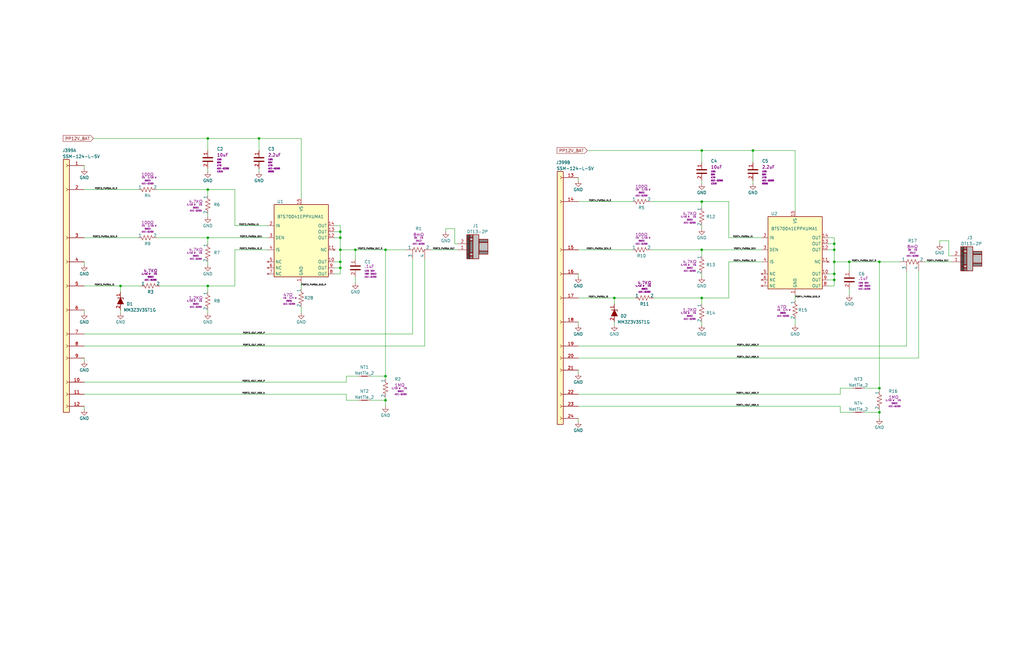
<source format=kicad_sch>
(kicad_sch (version 20231120) (generator "eeschema") (generator_version "8.0")
  (paper "B")
  (lib_symbols
    (symbol "BTS70041EPPXUMA1_1"
      (property "Reference" "U" (at -8.89 20.32 0))
      (property "Value" "BTS70041EPPXUMA1" (at 0 13.97 0))
      (symbol "BTS70041EPPXUMA1_1_1_1"
        (pin power_in line (at 0 -13.97 90) (length 2.54) (name "GND") (number "1"))
        (pin power_out line (at 13.97 -5.08 180) (length 2.54) (name "OUT") (number "10"))
        (pin no_connect line (at 13.97 0 180) (length 2.54) (name "NC") (number "11"))
        (pin power_out line (at 13.97 5.08 180) (length 2.54) (name "OUT") (number "12"))
        (pin power_out line (at 13.97 7.62 180) (length 2.54) (name "OUT") (number "13"))
        (pin power_out line (at 13.97 10.16 180) (length 2.54) (name "OUT") (number "14"))
        (pin power_in line (at 0 21.59 270) (length 2.54) (name "VS") (number "15"))
        (pin input line (at -13.97 10.16 0) (length 2.54) (name "IN") (number "2"))
        (pin input line (at -13.97 5.08 0) (length 2.54) (name "DEN") (number "3"))
        (pin output line (at -13.97 0 0) (length 2.54) (name "IS") (number "4"))
        (pin no_connect line (at -13.97 -5.08 0) (length 2.54) (name "NC") (number "5"))
        (pin no_connect line (at -13.97 -7.62 0) (length 2.54) (name "NC") (number "6"))
        (pin no_connect line (at -13.97 -10.16 0) (length 2.54) (name "NC") (number "7"))
        (pin power_out line (at 13.97 -10.16 180) (length 2.54) (name "OUT") (number "8"))
        (pin power_out line (at 13.97 -7.62 180) (length 2.54) (name "OUT") (number "9"))
      )
    )
    (symbol "C_0603_1" (pin_names (offset 0.254))
      (property "Reference" "C" (at 19.05 10.16 0))
      (property "Capacitance" "Capacitance?" (at 20.32 7.62 0))
      (property "Tolerance" "Tolerance?" (at 22.86 6.35 0))
      (property "Voltage_Rated" "Voltage?" (at 16.51 6.35 0))
      (property "Temp_Coefficient" "Tempo_Co?" (at 20.32 5.08 0))
      (property "Rating" "Rating?" (at 20.32 2.54 0))
      (property "Package" "0603" (at 20.32 3.81 0))
      (symbol "C_0603_1_1_1"
        (pin passive line (at 0 3.81 270) (length 2.794) (name "~") (number "1"))
        (pin passive line (at 0 -3.81 90) (length 2.794) (name "~") (number "2"))
      )
      (symbol "C_0603_1_1_2"
        (pin passive line (at -3.81 0 0) (length 2.794) (name "~") (number "1"))
        (pin passive line (at 3.81 0 180) (length 2.794) (name "~") (number "2"))
      )
    )
    (symbol "C_0805_1" (pin_names (offset 0.254))
      (property "Reference" "C" (at 19.05 10.16 0))
      (property "Capacitance" "Capacitance?" (at 20.32 7.62 0))
      (property "Tolerance" "Tolerance?" (at 22.86 6.35 0))
      (property "Voltage_Rated" "Voltage?" (at 16.51 6.35 0))
      (property "Temp_Coefficient" "Tempo_Co?" (at 20.32 5.08 0))
      (property "Rating" "Rating?" (at 20.32 2.54 0))
      (property "Package" "0805" (at 20.32 3.81 0))
      (symbol "C_0805_1_1_1"
        (pin passive line (at 0 3.81 270) (length 2.794) (name "~") (number "1"))
        (pin passive line (at 0 -3.81 90) (length 2.794) (name "~") (number "2"))
      )
      (symbol "C_0805_1_1_2"
        (pin passive line (at -3.81 0 0) (length 2.794) (name "~") (number "1"))
        (pin passive line (at 3.81 0 180) (length 2.794) (name "~") (number "2"))
      )
    )
    (symbol "C_1210_1" (pin_names (offset 0.254))
      (property "Reference" "C" (at 19.05 10.16 0))
      (property "Capacitance" "Capacitance?" (at 20.32 7.62 0))
      (property "Tolerance" "Tolerance?" (at 22.86 6.35 0))
      (property "Voltage_Rated" "Voltage?" (at 16.51 6.35 0))
      (property "Temp_Coefficient" "Tempo_Co?" (at 20.32 5.08 0))
      (property "Rating" "Rating?" (at 20.32 2.54 0))
      (property "Package" "1210" (at 20.32 3.81 0))
      (symbol "C_1210_1_1_1"
        (pin passive line (at 0 3.81 270) (length 2.794) (name "~") (number "1"))
        (pin passive line (at 0 -3.81 90) (length 2.794) (name "~") (number "2"))
      )
      (symbol "C_1210_1_1_2"
        (pin passive line (at -3.81 0 0) (length 2.794) (name "~") (number "1"))
        (pin passive line (at 3.81 0 180) (length 2.794) (name "~") (number "2"))
      )
    )
    (symbol "DO_CONNECTORS:DO_Conn_01x24_Socket" (pin_names (offset 1.016) hide)
      (property "Reference" "J" (at 0 64.77 0))
      (property "Value" "SSM-124-L-SV" (at 0 -45.72 0))
      (symbol "DO_Conn_01x24_Socket_1_1"
        (pin passive line (at -7.62 60.96 0) (length 6.35) (name "1") (number "1"))
        (pin passive line (at -7.62 -30.48 0) (length 6.35) (name "10") (number "10"))
        (pin passive line (at -7.62 -35.56 0) (length 6.35) (name "11") (number "11"))
        (pin passive line (at -7.62 -40.64 0) (length 6.35) (name "12") (number "12"))
        (pin passive line (at -7.62 50.8 0) (length 6.35) (name "2") (number "2"))
        (pin passive line (at -7.62 30.48 0) (length 6.35) (name "3") (number "3"))
        (pin passive line (at -7.62 20.32 0) (length 6.35) (name "4") (number "4"))
        (pin passive line (at -7.62 10.16 0) (length 6.35) (name "5") (number "5"))
        (pin passive line (at -7.62 0 0) (length 6.35) (name "6") (number "6"))
        (pin passive line (at -7.62 -10.16 0) (length 6.35) (name "7") (number "7"))
        (pin passive line (at -7.62 -15.24 0) (length 6.35) (name "8") (number "8"))
        (pin passive line (at -7.62 -20.32 0) (length 6.35) (name "9") (number "9"))
      )
      (symbol "DO_Conn_01x24_Socket_2_1"
        (pin passive line (at -7.62 60.96 0) (length 6.35) (name "13") (number "13"))
        (pin passive line (at -7.62 50.8 0) (length 6.35) (name "14") (number "14"))
        (pin passive line (at -7.62 30.48 0) (length 6.35) (name "15") (number "15"))
        (pin passive line (at -7.62 20.32 0) (length 6.35) (name "16") (number "16"))
        (pin passive line (at -7.62 10.16 0) (length 6.35) (name "17") (number "17"))
        (pin passive line (at -7.62 0 0) (length 6.35) (name "18") (number "18"))
        (pin passive line (at -7.62 -10.16 0) (length 6.35) (name "19") (number "19"))
        (pin passive line (at -7.62 -15.24 0) (length 6.35) (name "20") (number "20"))
        (pin passive line (at -7.62 -20.32 0) (length 6.35) (name "21") (number "21"))
        (pin passive line (at -7.62 -30.48 0) (length 6.35) (name "22") (number "22"))
        (pin passive line (at -7.62 -35.56 0) (length 6.35) (name "23") (number "23"))
        (pin passive line (at -7.62 -40.64 0) (length 6.35) (name "24") (number "24"))
      )
    )
    (symbol "DO_CONNECTORS:DT13-2P" (pin_names (offset 1.016) hide)
      (property "Reference" "J" (at 0 5.08 0))
      (property "Value" "DT13-2P" (at 1.27 -6.35 0))
      (symbol "DT13-2P_1_1"
        (pin passive line (at -6.35 -1.27 0) (length 3.81) (name "Pin_1") (number "1"))
        (pin passive line (at -6.35 1.27 0) (length 3.81) (name "Pin_2") (number "2"))
      )
    )
    (symbol "DO_DEVICES:NetTie_2" (pin_numbers hide) (pin_names (offset 0) hide) (in_bom no)
      (property "Reference" "NT" (at 0 1.27 0))
      (property "Value" "NetTie_2" (at 0 -1.27 0))
      (symbol "NetTie_2_1_1"
        (pin passive line (at -2.54 0 0) (length 2.54) (name "1") (number "1"))
        (pin passive line (at 2.54 0 180) (length 2.54) (name "2") (number "2"))
      )
    )
    (symbol "DO_POWER:GND" (power) (pin_names (offset 0))
      (property "Value" "GND" (at 0 -3.81 0))
      (symbol "GND_1_1"
        (pin power_in line (at 0 0 270) (length 0) hide (name "GND") (number "1"))
      )
    )
    (symbol "DO_RESISTORS:R_0603" (pin_numbers hide) (pin_names (offset 0))
      (property "Reference" "R" (at 0 12.7 0))
      (property "Package" "0603" (at 0 7.62 0))
      (property "Resistance" "Resistance?" (at 1.27 10.16 0))
      (property "Tolerance" "Tolerance?" (at 3.81 8.89 0))
      (property "Power" "Wattage?" (at -2.54 8.89 0))
      (property "Rating" "Rating?" (at 0 6.35 0))
      (symbol "R_0603_1_1"
        (pin passive line (at 0 3.81 270) (length 1.27) (name "1") (number "1"))
        (pin passive line (at 0 -3.81 90) (length 1.27) (name "2") (number "2"))
      )
      (symbol "R_0603_1_2"
        (pin passive line (at -3.81 0 0) (length 1.27) (name "1") (number "1"))
        (pin passive line (at 3.81 0 180) (length 1.27) (name "2") (number "2"))
      )
    )
    (symbol "DO_RESISTORS:R_0805" (pin_numbers hide) (pin_names (offset 0))
      (property "Reference" "R" (at 0 20.32 0))
      (property "Package" "0805" (at 0 15.24 0))
      (property "Resistance" "Resistance?" (at 1.27 17.78 0))
      (property "Tolerance" "Tolerance?" (at 3.81 16.51 0))
      (property "Power" "Wattage?" (at -2.54 16.51 0))
      (property "Rating" "Rating?" (at 0 13.97 0))
      (symbol "R_0805_1_1"
        (pin passive line (at 0 3.81 270) (length 1.27) (name "1") (number "1"))
        (pin passive line (at 0 -3.81 90) (length 1.27) (name "2") (number "2"))
      )
      (symbol "R_0805_1_2"
        (pin passive line (at -3.81 0 0) (length 1.27) (name "1") (number "1"))
        (pin passive line (at 3.81 0 180) (length 1.27) (name "2") (number "2"))
      )
    )
    (symbol "DO_RESISTORS:R_2Term_Kelvin_Sense_2512_AEC-Q200" (pin_numbers hide) (pin_names (offset 0))
      (property "Reference" "R" (at 0 10.16 0))
      (property "Package" "2512" (at 0 3.81 0))
      (property "Power Rating" "3W" (at 0 5.08 0))
      (property "Tolerance" "1%" (at 0 6.35 0))
      (property "Rating" "AEC-Q200" (at 0 2.54 0))
      (property "Resistance" "Resistance?" (at 0 7.62 0))
      (symbol "R_2Term_Kelvin_Sense_2512_AEC-Q200_1_1"
        (pin passive line (at -5.08 0 0) (length 2.54) (name "1") (number "1"))
        (pin passive line (at 5.08 0 180) (length 2.54) (name "2") (number "2"))
        (pin passive line (at 2.54 -3.81 90) (length 2.54) (name "4") (number "2"))
        (pin passive line (at -2.54 -3.81 90) (length 2.54) (name "3") (number "3"))
      )
      (symbol "R_2Term_Kelvin_Sense_2512_AEC-Q200_1_2"
        (pin passive line (at 0 5.08 270) (length 2.54) (name "1") (number "1"))
        (pin passive line (at 0 -5.08 90) (length 2.54) (name "2") (number "2"))
        (pin passive line (at 3.81 -2.54 180) (length 2.54) (name "4") (number "2"))
        (pin passive line (at 3.81 2.54 180) (length 2.54) (name "3") (number "3"))
      )
    )
    (symbol "D_MM3Z3V3ST1G_1" (pin_names (offset 1.016) hide)
      (property "Reference" "D" (at 0 2.54 0))
      (property "Value" "MM3Z3V3ST1G" (at 0 -2.54 0))
      (symbol "D_MM3Z3V3ST1G_1_1_1"
        (pin passive line (at -3.81 0 0) (length 2.54) (name "K") (number "1"))
        (pin passive line (at 3.81 0 180) (length 2.54) (name "A") (number "2"))
      )
    )
    (symbol "R_0603_1" (pin_numbers hide) (pin_names (offset 0))
      (property "Reference" "R" (at 0 21.59 0))
      (property "Package" "0603" (at 0 16.51 0))
      (property "Resistance" "Resistance?" (at 1.27 19.05 0))
      (property "Tolerance" "Tolerance?" (at 3.81 17.78 0))
      (property "Power" "Wattage?" (at -2.54 17.78 0))
      (property "Rating" "Rating?" (at 0 15.24 0))
      (symbol "R_0603_1_1_1"
        (pin passive line (at 0 3.81 270) (length 1.27) (name "1") (number "1"))
        (pin passive line (at 0 -3.81 90) (length 1.27) (name "2") (number "2"))
      )
      (symbol "R_0603_1_1_2"
        (pin passive line (at -3.81 0 0) (length 1.27) (name "1") (number "1"))
        (pin passive line (at 3.81 0 180) (length 1.27) (name "2") (number "2"))
      )
    )
    (symbol "R_0603_3" (pin_numbers hide) (pin_names (offset 0))
      (property "Reference" "R" (at 0 21.59 0))
      (property "Package" "0603" (at 0 16.51 0))
      (property "Resistance" "Resistance?" (at 1.27 19.05 0))
      (property "Tolerance" "Tolerance?" (at 3.81 17.78 0))
      (property "Power" "Wattage?" (at -2.54 17.78 0))
      (property "Rating" "Rating?" (at 0 15.24 0))
      (symbol "R_0603_3_1_1"
        (pin passive line (at 0 3.81 270) (length 1.27) (name "1") (number "1"))
        (pin passive line (at 0 -3.81 90) (length 1.27) (name "2") (number "2"))
      )
      (symbol "R_0603_3_1_2"
        (pin passive line (at -3.81 0 0) (length 1.27) (name "1") (number "1"))
        (pin passive line (at 3.81 0 180) (length 1.27) (name "2") (number "2"))
      )
    )
  )
  (junction (at 351.79 118.11))
  (junction (at 358.14 110.49))
  (junction (at 87.63 100.33))
  (junction (at 50.8 120.65))
  (junction (at 87.63 58.42))
  (junction (at 295.91 105.41))
  (junction (at 109.22 58.42))
  (junction (at 162.56 168.91))
  (junction (at 143.51 97.79))
  (junction (at 351.79 110.49))
  (junction (at 162.56 158.75))
  (junction (at 295.91 63.5))
  (junction (at 87.63 80.01))
  (junction (at 143.51 100.33))
  (junction (at 295.91 125.73))
  (junction (at 370.84 173.99))
  (junction (at 143.51 113.03))
  (junction (at 370.84 163.83))
  (junction (at 149.86 105.41))
  (junction (at 295.91 85.09))
  (junction (at 317.5 63.5))
  (junction (at 370.84 110.49))
  (junction (at 351.79 105.41))
  (junction (at 143.51 105.41))
  (junction (at 351.79 115.57))
  (junction (at 351.79 102.87))
  (junction (at 87.63 120.65))
  (junction (at 162.56 105.41))
  (junction (at 143.51 110.49))
  (junction (at 259.08 125.73))
  (wire (pts (xy 295.91 135.89) (xy 295.91 137.16)))
  (wire (pts (xy 50.8 120.65) (xy 50.8 123.19)))
  (wire (pts (xy 351.79 115.57) (xy 351.79 118.11)))
  (wire (pts (xy 140.97 110.49) (xy 143.51 110.49)))
  (wire (pts (xy 364.49 173.99) (xy 370.84 173.99)))
  (wire (pts (xy 243.84 171.45) (xy 354.33 171.45)))
  (wire (pts (xy 351.79 118.11) (xy 351.79 120.65)))
  (wire (pts (xy 109.22 58.42) (xy 127 58.42)))
  (wire (pts (xy 349.25 115.57) (xy 351.79 115.57)))
  (wire (pts (xy 187.96 96.52) (xy 187.96 97.79)))
  (wire (pts (xy 140.97 115.57) (xy 143.51 115.57)))
  (wire (pts (xy 143.51 95.25) (xy 140.97 95.25)))
  (wire (pts (xy 66.04 100.33) (xy 87.63 100.33)))
  (wire (pts (xy 146.05 158.75) (xy 151.13 158.75)))
  (wire (pts (xy 351.79 102.87) (xy 351.79 100.33)))
  (wire (pts (xy 295.91 125.73) (xy 295.91 128.27)))
  (wire (pts (xy 307.34 85.09) (xy 307.34 100.33)))
  (wire (pts (xy 358.14 110.49) (xy 358.14 114.3)))
  (wire (pts (xy 317.5 63.5) (xy 317.5 68.58)))
  (wire (pts (xy 295.91 63.5) (xy 317.5 63.5)))
  (wire (pts (xy 370.84 173.99) (xy 370.84 176.53)))
  (wire (pts (xy 400.05 107.95) (xy 400.05 101.6)))
  (wire (pts (xy 349.25 120.65) (xy 351.79 120.65)))
  (wire (pts (xy 35.56 140.97) (xy 173.99 140.97)))
  (wire (pts (xy 259.08 125.73) (xy 259.08 128.27)))
  (wire (pts (xy 179.07 146.05) (xy 179.07 109.22)))
  (wire (pts (xy 243.84 176.53) (xy 243.84 177.8)))
  (wire (pts (xy 400.05 107.95) (xy 401.32 107.95)))
  (wire (pts (xy 127 58.42) (xy 127 83.82)))
  (wire (pts (xy 87.63 80.01) (xy 99.06 80.01)))
  (wire (pts (xy 149.86 105.41) (xy 162.56 105.41)))
  (wire (pts (xy 181.61 105.41) (xy 193.04 105.41)))
  (wire (pts (xy 349.25 102.87) (xy 351.79 102.87)))
  (wire (pts (xy 354.33 163.83) (xy 359.41 163.83)))
  (wire (pts (xy 243.84 105.41) (xy 266.7 105.41)))
  (wire (pts (xy 259.08 125.73) (xy 267.97 125.73)))
  (wire (pts (xy 162.56 158.75) (xy 162.56 160.02)))
  (wire (pts (xy 370.84 163.83) (xy 370.84 165.1)))
  (wire (pts (xy 127 119.38) (xy 127 121.92)))
  (wire (pts (xy 274.32 105.41) (xy 295.91 105.41)))
  (wire (pts (xy 354.33 173.99) (xy 354.33 171.45)))
  (wire (pts (xy 67.31 120.65) (xy 87.63 120.65)))
  (wire (pts (xy 140.97 113.03) (xy 143.51 113.03)))
  (wire (pts (xy 143.51 113.03) (xy 143.51 115.57)))
  (wire (pts (xy 295.91 105.41) (xy 321.31 105.41)))
  (wire (pts (xy 109.22 71.12) (xy 109.22 72.39)))
  (wire (pts (xy 259.08 135.89) (xy 259.08 137.16)))
  (wire (pts (xy 173.99 140.97) (xy 173.99 109.22)))
  (wire (pts (xy 349.25 105.41) (xy 351.79 105.41)))
  (wire (pts (xy 99.06 95.25) (xy 113.03 95.25)))
  (wire (pts (xy 127 129.54) (xy 127 132.08)))
  (wire (pts (xy 191.77 102.87) (xy 191.77 96.52)))
  (wire (pts (xy 99.06 80.01) (xy 99.06 95.25)))
  (wire (pts (xy 295.91 125.73) (xy 307.34 125.73)))
  (wire (pts (xy 35.56 120.65) (xy 50.8 120.65)))
  (wire (pts (xy 146.05 158.75) (xy 146.05 161.29)))
  (wire (pts (xy 191.77 96.52) (xy 187.96 96.52)))
  (wire (pts (xy 35.56 161.29) (xy 146.05 161.29)))
  (wire (pts (xy 50.8 120.65) (xy 59.69 120.65)))
  (wire (pts (xy 317.5 63.5) (xy 335.28 63.5)))
  (wire (pts (xy 35.56 130.81) (xy 35.56 132.08)))
  (wire (pts (xy 162.56 168.91) (xy 162.56 171.45)))
  (wire (pts (xy 275.59 125.73) (xy 295.91 125.73)))
  (wire (pts (xy 50.8 130.81) (xy 50.8 132.08)))
  (wire (pts (xy 39.37 58.42) (xy 87.63 58.42)))
  (wire (pts (xy 146.05 168.91) (xy 151.13 168.91)))
  (wire (pts (xy 351.79 100.33) (xy 349.25 100.33)))
  (wire (pts (xy 87.63 100.33) (xy 87.63 102.87)))
  (wire (pts (xy 243.84 151.13) (xy 387.35 151.13)))
  (wire (pts (xy 35.56 69.85) (xy 35.56 71.12)))
  (wire (pts (xy 149.86 105.41) (xy 149.86 109.22)))
  (wire (pts (xy 382.27 146.05) (xy 382.27 114.3)))
  (wire (pts (xy 35.56 151.13) (xy 35.56 152.4)))
  (wire (pts (xy 191.77 102.87) (xy 193.04 102.87)))
  (wire (pts (xy 243.84 115.57) (xy 243.84 116.84)))
  (wire (pts (xy 243.84 125.73) (xy 259.08 125.73)))
  (wire (pts (xy 351.79 110.49) (xy 351.79 115.57)))
  (wire (pts (xy 364.49 163.83) (xy 370.84 163.83)))
  (wire (pts (xy 140.97 100.33) (xy 143.51 100.33)))
  (wire (pts (xy 295.91 76.2) (xy 295.91 77.47)))
  (wire (pts (xy 295.91 105.41) (xy 295.91 107.95)))
  (wire (pts (xy 243.84 156.21) (xy 243.84 157.48)))
  (wire (pts (xy 370.84 110.49) (xy 370.84 163.83)))
  (wire (pts (xy 87.63 80.01) (xy 87.63 82.55)))
  (wire (pts (xy 274.32 85.09) (xy 295.91 85.09)))
  (wire (pts (xy 349.25 118.11) (xy 351.79 118.11)))
  (wire (pts (xy 156.21 168.91) (xy 162.56 168.91)))
  (wire (pts (xy 307.34 100.33) (xy 321.31 100.33)))
  (wire (pts (xy 307.34 110.49) (xy 307.34 125.73)))
  (wire (pts (xy 247.65 63.5) (xy 295.91 63.5)))
  (wire (pts (xy 295.91 95.25) (xy 295.91 96.52)))
  (wire (pts (xy 387.35 151.13) (xy 387.35 114.3)))
  (wire (pts (xy 143.51 110.49) (xy 143.51 113.03)))
  (wire (pts (xy 143.51 97.79) (xy 143.51 95.25)))
  (wire (pts (xy 87.63 130.81) (xy 87.63 132.08)))
  (wire (pts (xy 35.56 171.45) (xy 35.56 172.72)))
  (wire (pts (xy 295.91 63.5) (xy 295.91 68.58)))
  (wire (pts (xy 87.63 71.12) (xy 87.63 72.39)))
  (wire (pts (xy 243.84 166.37) (xy 354.33 166.37)))
  (wire (pts (xy 87.63 58.42) (xy 87.63 63.5)))
  (wire (pts (xy 358.14 121.92) (xy 358.14 124.46)))
  (wire (pts (xy 87.63 110.49) (xy 87.63 111.76)))
  (wire (pts (xy 140.97 97.79) (xy 143.51 97.79)))
  (wire (pts (xy 156.21 158.75) (xy 162.56 158.75)))
  (wire (pts (xy 35.56 80.01) (xy 58.42 80.01)))
  (wire (pts (xy 351.79 105.41) (xy 351.79 102.87)))
  (wire (pts (xy 162.56 105.41) (xy 162.56 158.75)))
  (wire (pts (xy 351.79 110.49) (xy 358.14 110.49)))
  (wire (pts (xy 400.05 101.6) (xy 396.24 101.6)))
  (wire (pts (xy 35.56 166.37) (xy 146.05 166.37)))
  (wire (pts (xy 396.24 101.6) (xy 396.24 102.87)))
  (wire (pts (xy 35.56 110.49) (xy 35.56 111.76)))
  (wire (pts (xy 389.89 110.49) (xy 401.32 110.49)))
  (wire (pts (xy 295.91 85.09) (xy 295.91 87.63)))
  (wire (pts (xy 146.05 168.91) (xy 146.05 166.37)))
  (wire (pts (xy 317.5 76.2) (xy 317.5 77.47)))
  (wire (pts (xy 143.51 105.41) (xy 143.51 110.49)))
  (wire (pts (xy 143.51 100.33) (xy 143.51 97.79)))
  (wire (pts (xy 243.84 85.09) (xy 266.7 85.09)))
  (wire (pts (xy 87.63 58.42) (xy 109.22 58.42)))
  (wire (pts (xy 307.34 110.49) (xy 321.31 110.49)))
  (wire (pts (xy 143.51 105.41) (xy 143.51 100.33)))
  (wire (pts (xy 87.63 100.33) (xy 113.03 100.33)))
  (wire (pts (xy 35.56 100.33) (xy 58.42 100.33)))
  (wire (pts (xy 162.56 167.64) (xy 162.56 168.91)))
  (wire (pts (xy 99.06 105.41) (xy 113.03 105.41)))
  (wire (pts (xy 143.51 105.41) (xy 149.86 105.41)))
  (wire (pts (xy 295.91 85.09) (xy 307.34 85.09)))
  (wire (pts (xy 35.56 146.05) (xy 179.07 146.05)))
  (wire (pts (xy 351.79 110.49) (xy 351.79 105.41)))
  (wire (pts (xy 87.63 90.17) (xy 87.63 91.44)))
  (wire (pts (xy 354.33 173.99) (xy 359.41 173.99)))
  (wire (pts (xy 370.84 110.49) (xy 379.73 110.49)))
  (wire (pts (xy 162.56 105.41) (xy 171.45 105.41)))
  (wire (pts (xy 354.33 163.83) (xy 354.33 166.37)))
  (wire (pts (xy 87.63 120.65) (xy 87.63 123.19)))
  (wire (pts (xy 358.14 110.49) (xy 370.84 110.49)))
  (wire (pts (xy 335.28 134.62) (xy 335.28 137.16)))
  (wire (pts (xy 295.91 115.57) (xy 295.91 116.84)))
  (wire (pts (xy 87.63 120.65) (xy 99.06 120.65)))
  (wire (pts (xy 335.28 124.46) (xy 335.28 127)))
  (wire (pts (xy 149.86 116.84) (xy 149.86 119.38)))
  (wire (pts (xy 66.04 80.01) (xy 87.63 80.01)))
  (wire (pts (xy 243.84 135.89) (xy 243.84 137.16)))
  (wire (pts (xy 109.22 58.42) (xy 109.22 63.5)))
  (wire (pts (xy 243.84 146.05) (xy 382.27 146.05)))
  (wire (pts (xy 243.84 74.93) (xy 243.84 76.2)))
  (wire (pts (xy 370.84 172.72) (xy 370.84 173.99)))
  (wire (pts (xy 335.28 63.5) (xy 335.28 88.9)))
  (wire (pts (xy 99.06 105.41) (xy 99.06 120.65)))
  (label "PORT3_VOUT_MSR_N" (at 111.76 166.37 180) (effects (font (size 0.635 0.635))))
  (label "PORT4_IOUT_MSR_P" (at 320.04 146.05 180) (effects (font (size 0.635 0.635))))
  (label "PORT3_IOUT_MSR_N" (at 111.76 146.05 180) (effects (font (size 0.635 0.635))))
  (label "PORT3_PWRSW_IS" (at 48.26 120.65 180) (effects (font (size 0.635 0.635))))
  (label "PORT3_PWRSW_DEN" (at 110.49 100.33 180) (effects (font (size 0.635 0.635))))
  (label "PORT4_PWRSW_OUT" (at 400.05 110.49 180) (effects (font (size 0.635 0.635))))
  (label "PORT4_PWRSW_DEN" (at 318.77 105.41 180) (effects (font (size 0.635 0.635))))
  (label "PORT3_VOUT_MSR_P" (at 111.76 161.29 180) (effects (font (size 0.635 0.635))))
  (label "PORT3_PWRSW_GND_R" (at 127 120.65 0) (effects (font (size 0.635 0.635))))
  (label "PORT4_PWRSW_DEN_R" (at 257.81 105.41 180) (effects (font (size 0.635 0.635))))
  (label "PORT3_PWRSW_IS_R" (at 110.49 105.41 180) (effects (font (size 0.635 0.635))))
  (label "PORT4_PWRSW_GND_R" (at 335.28 125.73 0) (effects (font (size 0.635 0.635))))
  (label "PORT4_PWRSW_OUT_R" (at 369.57 110.49 180) (effects (font (size 0.635 0.635))))
  (label "PORT4_VOUT_MSR_P" (at 320.04 166.37 180) (effects (font (size 0.635 0.635))))
  (label "PORT3_PWRSW_IN" (at 109.22 95.25 180) (effects (font (size 0.635 0.635))))
  (label "PORT3_PWRSW_IN_R" (at 49.53 80.01 180) (effects (font (size 0.635 0.635))))
  (label "PORT3_IOUT_MSR_P" (at 111.76 140.97 180) (effects (font (size 0.635 0.635))))
  (label "PORT3_PWRSW_DEN_R" (at 49.53 100.33 180) (effects (font (size 0.635 0.635))))
  (label "PORT3_PWRSW_OUT" (at 191.77 105.41 180) (effects (font (size 0.635 0.635))))
  (label "PORT4_PWRSW_IS_R" (at 318.77 110.49 180) (effects (font (size 0.635 0.635))))
  (label "PORT4_PWRSW_IN" (at 317.5 100.33 180) (effects (font (size 0.635 0.635))))
  (label "PORT4_IOUT_MSR_N" (at 320.04 151.13 180) (effects (font (size 0.635 0.635))))
  (label "PORT4_PWRSW_IS" (at 256.54 125.73 180) (effects (font (size 0.635 0.635))))
  (label "PORT4_PWRSW_IN_R" (at 257.81 85.09 180) (effects (font (size 0.635 0.635))))
  (label "PORT4_VOUT_MSR_N" (at 320.04 171.45 180) (effects (font (size 0.635 0.635))))
  (label "PORT3_PWRSW_OUT_R" (at 161.29 105.41 180) (effects (font (size 0.635 0.635))))
  (global_label "PP12V_BAT" (shape input) (at 39.37 58.42 180) (property "Intersheetrefs" "${INTERSHEET_REFS}" (effects (hide yes))))
  (global_label "PP12V_BAT" (shape input) (at 247.65 63.5 180) (property "Intersheetrefs" "${INTERSHEET_REFS}" (effects (hide yes))))
  (symbol (lib_name "R_0603_1") (lib_id "DO_RESISTORS:R_0603") (at 63.5 120.65 0) (unit 1) (convert 2)
    (property "Reference" "R3" (at 63.5 123.19 0))
    (property "Value" "R_0603" (effects (hide yes)))
    (property "Package" "0603" (at 63.5 116.84 0) (effects (font (size 0.635 0.635))))
    (property "Resistance" "4.7KΩ" (at 63.5 114.3 0))
    (property "Tolerance" "1%" (at 64.77 115.57 0) (effects (font (size 0.635 0.635)) (justify left)))
    (property "Power" "1/10 W" (at 59.69 115.57 0) (effects (font (size 0.635 0.635)) (justify left)))
    (property "Rating" "AEC-Q200" (at 63.5 118.11 0) (effects (font (size 0.635 0.635))))
    (property "PN" "RMCF0603FT4K70" (effects (hide yes)))
    (property "MFR" "Stackpole Electronics Inc" (effects (hide yes)))
  )
  (symbol (lib_id "DO_POWER:GND") (at 149.86 119.38 0) (unit 1)
    (property "Reference" "#PWR08" (effects (hide yes)))
    (property "Value" "GND" (at 149.86 123.19 0))
  )
  (symbol (lib_id "DO_DEVICES:NetTie_2") (at 153.67 158.75 0) (unit 1) (in_bom no)
    (property "Reference" "NT1" (at 153.67 154.94 0))
    (property "Value" "NetTie_2" (at 153.67 157.48 0))
  )
  (symbol (lib_id "DO_POWER:GND") (at 87.63 91.44 0) (unit 1)
    (property "Reference" "#PWR03" (effects (hide yes)))
    (property "Value" "GND" (at 87.63 95.25 0))
  )
  (symbol (lib_id "DO_POWER:GND") (at 187.96 97.79 0) (unit 1)
    (property "Reference" "#PWR07" (effects (hide yes)))
    (property "Value" "GND" (at 187.96 101.6 0))
  )
  (symbol (lib_id "DO_RESISTORS:R_0805") (at 127 125.73 0) (unit 1)
    (property "Reference" "R28" (at 128.27 125.73 0) (effects (justify left)))
    (property "Value" "R_0805" (effects (hide yes)))
    (property "Package" "0805" (at 120.65 127 0) (effects (font (size 0.635 0.635)) (justify left)))
    (property "Resistance" "47Ω" (at 119.38 124.46 0) (effects (justify left)))
    (property "Tolerance" "1%" (at 119.38 125.73 0) (effects (font (size 0.635 0.635)) (justify left)))
    (property "Power" "1/4 W" (at 121.92 125.73 0) (effects (font (size 0.635 0.635)) (justify left)))
    (property "Rating" "AEC-Q200" (at 119.38 128.27 0) (effects (font (size 0.635 0.635)) (justify left)))
    (property "MFR" "KOA SPEER ELECTRONICS INC." (effects (hide yes)))
    (property "PN" "RK73H2ATTD47R0F" (effects (hide yes)))
  )
  (symbol (lib_id "DO_POWER:GND") (at 317.5 77.47 0) (unit 1)
    (property "Reference" "#PWR036" (effects (hide yes)))
    (property "Value" "GND" (at 317.5 81.28 0))
  )
  (symbol (lib_id "DO_POWER:GND") (at 35.56 152.4 0) (unit 1)
    (property "Reference" "#PWR025" (effects (hide yes)))
    (property "Value" "GND" (at 35.56 156.21 0))
  )
  (symbol (lib_id "DO_RESISTORS:R_2Term_Kelvin_Sense_2512_AEC-Q200") (at 384.81 110.49 0) (unit 1)
    (property "Reference" "R17" (at 384.81 101.6 0))
    (property "Value" "R_2Term_Kelvin_Sense_2512" (effects (hide yes)))
    (property "Package" "2512" (at 384.81 106.68 0) (effects (font (size 0.635 0.635))))
    (property "Power Rating" "3W" (at 383.54 105.41 0) (effects (font (size 0.635 0.635))))
    (property "Tolerance" "1%" (at 386.08 105.41 0) (effects (font (size 0.635 0.635))))
    (property "Rating" "AEC-Q200" (at 384.81 107.95 0) (effects (font (size 0.635 0.635))))
    (property "Resistance" "8mΩ" (at 384.81 104.14 0))
  )
  (symbol (lib_id "DO_RESISTORS:R_2Term_Kelvin_Sense_2512_AEC-Q200") (at 176.53 105.41 0) (unit 1)
    (property "Reference" "R1" (at 176.53 96.52 0))
    (property "Value" "R_2Term_Kelvin_Sense_2512" (effects (hide yes)))
    (property "Package" "2512" (at 176.53 101.6 0) (effects (font (size 0.635 0.635))))
    (property "Power Rating" "3W" (at 175.26 100.33 0) (effects (font (size 0.635 0.635))))
    (property "Tolerance" "1%" (at 177.8 100.33 0) (effects (font (size 0.635 0.635))))
    (property "Rating" "AEC-Q200" (at 176.53 102.87 0) (effects (font (size 0.635 0.635))))
    (property "Resistance" "8mΩ" (at 176.53 99.06 0))
  )
  (symbol (lib_name "R_0603_1") (lib_id "DO_RESISTORS:R_0603") (at 87.63 86.36 0) (unit 1)
    (property "Reference" "R6" (at 91.44 86.36 0))
    (property "Value" "R_0603" (effects (hide yes)))
    (property "Package" "0603" (at 82.55 87.63 0) (effects (font (size 0.635 0.635))))
    (property "Resistance" "4.7KΩ" (at 82.55 85.09 0))
    (property "Tolerance" "1%" (at 83.82 86.36 0) (effects (font (size 0.635 0.635)) (justify left)))
    (property "Power" "1/10 W" (at 78.74 86.36 0) (effects (font (size 0.635 0.635)) (justify left)))
    (property "Rating" "AEC-Q200" (at 82.55 88.9 0) (effects (font (size 0.635 0.635))))
    (property "PN" "RMCF0603FT4K70" (effects (hide yes)))
    (property "MFR" "Stackpole Electronics Inc" (effects (hide yes)))
  )
  (symbol (lib_id "DO_CONNECTORS:DT13-2P") (at 199.39 104.14 0) (unit 1)
    (property "Reference" "J1" (at 199.39 95.25 0) (effects (justify left)))
    (property "Value" "DT13-2P" (at 196.85 97.79 0) (effects (justify left)))
    (property "Datasheet" "https://www.te.com/usa-en/product-DT13-2P.datasheet.pdf" (effects (hide yes)))
  )
  (symbol (lib_id "DO_POWER:GND") (at 335.28 137.16 0) (unit 1)
    (property "Reference" "#PWR037" (effects (hide yes)))
    (property "Value" "GND" (at 335.28 140.97 0))
  )
  (symbol (lib_name "C_0603_1") (lib_id "DO_CAPACITORS:C_0603") (at 149.86 113.03 0) (unit 1)
    (property "Reference" "C1" (at 153.67 110.49 0) (effects (justify left)))
    (property "Value" "C_0603" (effects (hide yes)))
    (property "Datasheet" "https://product.tdk.com/en/system/files?file=dam/doc/product/capacitor/ceramic/mlcc/catalog/mlcc_automotive_hightemp_en.pdf" (effects (hide yes)))
    (property "Capacitance" ".1uF" (at 153.67 112.395 0) (effects (justify left)))
    (property "Tolerance" "10%" (at 153.67 114.3 0) (effects (font (size 0.635 0.635)) (justify left)))
    (property "Voltage_Rated" "50V" (at 156.21 114.3 0) (effects (font (size 0.635 0.635)) (justify left)))
    (property "Temp_Coefficient" "X8R" (at 153.67 115.57 0) (effects (font (size 0.635 0.635)) (justify left)))
    (property "Rating" "AEC-Q200" (at 153.67 116.84 0) (effects (font (size 0.635 0.635)) (justify left)))
    (property "Package" "0603" (at 156.21 115.57 0) (effects (font (size 0.635 0.635)) (justify left)))
    (property "MFR" "TDK Corporation" (effects (hide yes)))
    (property "PN" "CGA3E3X8R1H104K080AB" (effects (hide yes)))
  )
  (symbol (lib_id "DO_POWER:GND") (at 87.63 111.76 0) (unit 1)
    (property "Reference" "#PWR04" (effects (hide yes)))
    (property "Value" "GND" (at 87.63 115.57 0))
  )
  (symbol (lib_id "DO_RESISTORS:R_0603") (at 162.56 163.83 0) (unit 1)
    (property "Reference" "R2" (at 166.37 160.02 0) (effects (justify left)))
    (property "Value" "R_0603" (effects (hide yes)))
    (property "Package" "0603" (at 167.64 165.1 0) (effects (font (size 0.635 0.635)) (justify left)))
    (property "Resistance" "1MΩ" (at 166.37 162.56 0) (effects (justify left)))
    (property "Tolerance" "1%" (at 170.18 163.83 0) (effects (font (size 0.635 0.635)) (justify left)))
    (property "Power" "1/10 W" (at 165.1 163.83 0) (effects (font (size 0.635 0.635)) (justify left)))
    (property "Rating" "AEC-Q200" (at 166.37 166.37 0) (effects (font (size 0.635 0.635)) (justify left)))
    (property "PN" "Part Number?" (effects (hide yes)))
  )
  (symbol (lib_name "R_0603_1") (lib_id "DO_RESISTORS:R_0603") (at 271.78 125.73 0) (unit 1) (convert 2)
    (property "Reference" "R11" (at 271.78 128.27 0))
    (property "Value" "R_0603" (effects (hide yes)))
    (property "Package" "0603" (at 271.78 121.92 0) (effects (font (size 0.635 0.635))))
    (property "Resistance" "4.7KΩ" (at 271.78 119.38 0))
    (property "Tolerance" "1%" (at 273.05 120.65 0) (effects (font (size 0.635 0.635)) (justify left)))
    (property "Power" "1/10 W" (at 267.97 120.65 0) (effects (font (size 0.635 0.635)) (justify left)))
    (property "Rating" "AEC-Q200" (at 271.78 123.19 0) (effects (font (size 0.635 0.635))))
    (property "PN" "RMCF0603FT4K70" (effects (hide yes)))
    (property "MFR" "Stackpole Electronics Inc" (effects (hide yes)))
  )
  (symbol (lib_name "C_0805_1") (lib_id "DO_CAPACITORS:C_0805") (at 317.5 72.39 0) (unit 1)
    (property "Reference" "C5" (at 321.31 67.945 0) (effects (justify left)))
    (property "Value" "C_0805" (effects (hide yes)))
    (property "Datasheet" "https://product.tdk.com/en/system/files?file=dam/doc/product/capacitor/ceramic/mlcc/catalog/mlcc_automotive_soft_en.pdf" (effects (hide yes)))
    (property "Capacitance" "2.2uF" (at 321.31 70.485 0) (effects (justify left)))
    (property "Tolerance" "10%" (at 321.31 72.39 0) (effects (font (size 0.635 0.635)) (justify left)))
    (property "Voltage_Rated" "50V" (at 321.31 73.66 0) (effects (font (size 0.635 0.635)) (justify left)))
    (property "Temp_Coefficient" "X7R" (at 321.31 74.93 0) (effects (font (size 0.635 0.635)) (justify left)))
    (property "Rating" "AEC-Q200" (at 321.31 76.2 0) (effects (font (size 0.635 0.635)) (justify left)))
    (property "Package" "0805" (at 321.31 77.47 0) (effects (font (size 0.635 0.635)) (justify left)))
    (property "MFR" "TDK Corporation" (effects (hide yes)))
    (property "PN" "CGA4J3X7R1H225K125AE" (effects (hide yes)))
  )
  (symbol (lib_name "R_0603_1") (lib_id "DO_RESISTORS:R_0603") (at 295.91 111.76 0) (unit 1)
    (property "Reference" "R13" (at 299.72 111.76 0))
    (property "Value" "R_0603" (effects (hide yes)))
    (property "Package" "0603" (at 290.83 113.03 0) (effects (font (size 0.635 0.635))))
    (property "Resistance" "4.7KΩ" (at 290.83 110.49 0))
    (property "Tolerance" "1%" (at 292.1 111.76 0) (effects (font (size 0.635 0.635)) (justify left)))
    (property "Power" "1/10 W" (at 287.02 111.76 0) (effects (font (size 0.635 0.635)) (justify left)))
    (property "Rating" "AEC-Q200" (at 290.83 114.3 0) (effects (font (size 0.635 0.635))))
    (property "PN" "RMCF0603FT4K70" (effects (hide yes)))
    (property "MFR" "Stackpole Electronics Inc" (effects (hide yes)))
  )
  (symbol (lib_name "R_0603_3") (lib_id "DO_RESISTORS:R_0603") (at 270.51 85.09 0) (unit 1) (convert 2)
    (property "Reference" "R5" (at 270.51 87.63 0))
    (property "Value" "R_0603" (effects (hide yes)))
    (property "Datasheet" "https://www.seielect.com/Catalog/SEI-RMCF_RMCP.pdf" (effects (hide yes)))
    (property "Package" "0603" (at 270.51 81.28 0) (effects (font (size 0.635 0.635))))
    (property "Resistance" "100Ω" (at 270.51 78.74 0))
    (property "Tolerance" "1%" (at 267.97 80.01 0) (effects (font (size 0.635 0.635)) (justify left)))
    (property "Power" "1/10 W" (at 270.51 80.01 0) (effects (font (size 0.635 0.635)) (justify left)))
    (property "Rating" "AEC-Q200" (at 270.51 82.55 0) (effects (font (size 0.635 0.635))))
    (property "PN" "RMCF0603FT100R" (effects (hide yes)))
    (property "MFR" "Stackpole Electronics Inc" (effects (hide yes)))
  )
  (symbol (lib_id "DO_POWER:GND") (at 50.8 132.08 0) (unit 1)
    (property "Reference" "#PWR06" (effects (hide yes)))
    (property "Value" "GND" (at 50.8 135.89 0))
  )
  (symbol (lib_id "DO_POWER:GND") (at 259.08 137.16 0) (unit 1)
    (property "Reference" "#PWR016" (effects (hide yes)))
    (property "Value" "GND" (at 259.08 140.97 0))
  )
  (symbol (lib_id "DO_RESISTORS:R_0805") (at 335.28 130.81 0) (unit 1)
    (property "Reference" "R15" (at 336.55 130.81 0) (effects (justify left)))
    (property "Value" "R_0805" (effects (hide yes)))
    (property "Package" "0805" (at 328.93 132.08 0) (effects (font (size 0.635 0.635)) (justify left)))
    (property "Resistance" "47Ω" (at 327.66 129.54 0) (effects (justify left)))
    (property "Tolerance" "1%" (at 327.66 130.81 0) (effects (font (size 0.635 0.635)) (justify left)))
    (property "Power" "1/4 W" (at 330.2 130.81 0) (effects (font (size 0.635 0.635)) (justify left)))
    (property "Rating" "AEC-Q200" (at 327.66 133.35 0) (effects (font (size 0.635 0.635)) (justify left)))
    (property "MFR" "KOA SPEER ELECTRONICS INC." (effects (hide yes)))
    (property "PN" "RK73H2ATTD47R0F" (effects (hide yes)))
  )
  (symbol (lib_name "D_MM3Z3V3ST1G_1") (lib_id "DO_DIODES:D_MM3Z3V3ST1G") (at 259.08 132.08 270) (unit 1)
    (property "Reference" "D2" (at 261.62 133.35 90) (effects (justify left)))
    (property "Value" "MM3Z3V3ST1G" (at 260.35 135.89 90) (effects (justify left)))
    (property "Datasheet" "https://www.onsemi.com/pdf/datasheet/mm3z2v4st1-d.pdf" (effects (hide yes)))
    (property "MFR" "onsemi" (effects (hide yes)))
    (property "PN" "MM3Z3V3ST1G" (effects (hide yes)))
  )
  (symbol (lib_id "DO_RESISTORS:R_0603") (at 370.84 168.91 0) (unit 1)
    (property "Reference" "R16" (at 374.65 165.1 0) (effects (justify left)))
    (property "Value" "R_0603" (effects (hide yes)))
    (property "Package" "0603" (at 375.92 170.18 0) (effects (font (size 0.635 0.635)) (justify left)))
    (property "Resistance" "1MΩ" (at 374.65 167.64 0) (effects (justify left)))
    (property "Tolerance" "1%" (at 378.46 168.91 0) (effects (font (size 0.635 0.635)) (justify left)))
    (property "Power" "1/10 W" (at 373.38 168.91 0) (effects (font (size 0.635 0.635)) (justify left)))
    (property "Rating" "AEC-Q200" (at 374.65 171.45 0) (effects (font (size 0.635 0.635)) (justify left)))
    (property "PN" "Part Number?" (effects (hide yes)))
  )
  (symbol (lib_id "DO_CONNECTORS:DO_Conn_01x24_Socket") (at 27.94 130.81 0) (mirror y) (unit 1)
    (property "Reference" "J399" (at 29.21 63.5 0))
    (property "Value" "SSM-124-L-SV" (at 34.29 66.04 0))
    (property "Datasheet" "http://suddendocs.samtec.com/catalog_english/ssm_sm.pdf" (effects (hide yes)))
    (property "MFR" "Samtec Inc." (effects (hide yes)))
    (property "PN" "SSM-124-L-SV" (effects (hide yes)))
  )
  (symbol (lib_id "DO_POWER:GND") (at 295.91 116.84 0) (unit 1)
    (property "Reference" "#PWR019" (effects (hide yes)))
    (property "Value" "GND" (at 295.91 120.65 0))
  )
  (symbol (lib_name "R_0603_1") (lib_id "DO_RESISTORS:R_0603") (at 295.91 91.44 0) (unit 1)
    (property "Reference" "R12" (at 299.72 91.44 0))
    (property "Value" "R_0603" (effects (hide yes)))
    (property "Package" "0603" (at 290.83 92.71 0) (effects (font (size 0.635 0.635))))
    (property "Resistance" "4.7KΩ" (at 290.83 90.17 0))
    (property "Tolerance" "1%" (at 292.1 91.44 0) (effects (font (size 0.635 0.635)) (justify left)))
    (property "Power" "1/10 W" (at 287.02 91.44 0) (effects (font (size 0.635 0.635)) (justify left)))
    (property "Rating" "AEC-Q200" (at 290.83 93.98 0) (effects (font (size 0.635 0.635))))
    (property "PN" "RMCF0603FT4K70" (effects (hide yes)))
    (property "MFR" "Stackpole Electronics Inc" (effects (hide yes)))
  )
  (symbol (lib_name "R_0603_3") (lib_id "DO_RESISTORS:R_0603") (at 62.23 80.01 0) (unit 1) (convert 2)
    (property "Reference" "R4" (at 62.23 82.55 0))
    (property "Value" "R_0603" (effects (hide yes)))
    (property "Datasheet" "https://www.seielect.com/Catalog/SEI-RMCF_RMCP.pdf" (effects (hide yes)))
    (property "Package" "0603" (at 62.23 76.2 0) (effects (font (size 0.635 0.635))))
    (property "Resistance" "100Ω" (at 62.23 73.66 0))
    (property "Tolerance" "1%" (at 59.69 74.93 0) (effects (font (size 0.635 0.635)) (justify left)))
    (property "Power" "1/10 W" (at 62.23 74.93 0) (effects (font (size 0.635 0.635)) (justify left)))
    (property "Rating" "AEC-Q200" (at 62.23 77.47 0) (effects (font (size 0.635 0.635))))
    (property "PN" "RMCF0603FT100R" (effects (hide yes)))
    (property "MFR" "Stackpole Electronics Inc" (effects (hide yes)))
  )
  (symbol (lib_id "DO_POWER:GND") (at 243.84 177.8 0) (unit 1)
    (property "Reference" "#PWR030" (effects (hide yes)))
    (property "Value" "GND" (at 243.84 181.61 0))
  )
  (symbol (lib_id "DO_CONNECTORS:DO_Conn_01x24_Socket") (at 236.22 135.89 0) (mirror y) (unit 2)
    (property "Reference" "J399" (at 237.49 68.58 0))
    (property "Value" "SSM-124-L-SV" (at 242.57 71.12 0))
    (property "Datasheet" "http://suddendocs.samtec.com/catalog_english/ssm_sm.pdf" (effects (hide yes)))
    (property "MFR" "Samtec Inc." (effects (hide yes)))
    (property "PN" "SSM-124-L-SV" (effects (hide yes)))
  )
  (symbol (lib_id "DO_POWER:GND") (at 243.84 116.84 0) (unit 1)
    (property "Reference" "#PWR027" (effects (hide yes)))
    (property "Value" "GND" (at 243.84 120.65 0))
  )
  (symbol (lib_name "R_0603_1") (lib_id "DO_RESISTORS:R_0603") (at 295.91 132.08 0) (unit 1)
    (property "Reference" "R14" (at 299.72 132.08 0))
    (property "Value" "R_0603" (effects (hide yes)))
    (property "Package" "0603" (at 290.83 133.35 0) (effects (font (size 0.635 0.635))))
    (property "Resistance" "1.2KΩ" (at 290.83 130.81 0))
    (property "Tolerance" "1%" (at 292.1 132.08 0) (effects (font (size 0.635 0.635)) (justify left)))
    (property "Power" "1/10 W" (at 287.02 132.08 0) (effects (font (size 0.635 0.635)) (justify left)))
    (property "Rating" "AEC-Q200" (at 290.83 134.62 0) (effects (font (size 0.635 0.635))))
    (property "PN" "RMCF0603FT1K20" (effects (hide yes)))
    (property "MFR" "Stackpole Electronics Inc" (effects (hide yes)))
  )
  (symbol (lib_id "DO_CONNECTORS:DT13-2P") (at 407.67 109.22 0) (unit 1)
    (property "Reference" "J3" (at 407.67 100.33 0) (effects (justify left)))
    (property "Value" "DT13-2P" (at 405.13 102.87 0) (effects (justify left)))
    (property "Datasheet" "https://www.te.com/usa-en/product-DT13-2P.datasheet.pdf" (effects (hide yes)))
  )
  (symbol (lib_id "DO_DEVICES:NetTie_2") (at 153.67 168.91 0) (unit 1) (in_bom no)
    (property "Reference" "NT2" (at 153.67 165.1 0))
    (property "Value" "NetTie_2" (at 153.67 167.64 0))
  )
  (symbol (lib_name "C_1210_1") (lib_id "DO_CAPACITORS:C_1210") (at 295.91 72.39 0) (unit 1)
    (property "Reference" "C4" (at 299.72 67.945 0) (effects (justify left)))
    (property "Value" "C_1210" (effects (hide yes)))
    (property "Capacitance" "10uF" (at 299.72 70.485 0) (effects (justify left)))
    (property "Tolerance" "10%" (at 299.72 72.39 0) (effects (font (size 0.635 0.635)) (justify left)))
    (property "Voltage_Rated" "50V" (at 299.72 73.66 0) (effects (font (size 0.635 0.635)) (justify left)))
    (property "Temp_Coefficient" "X7R" (at 299.72 74.93 0) (effects (font (size 0.635 0.635)) (justify left)))
    (property "Rating" "AEC-Q200" (at 299.72 76.2 0) (effects (font (size 0.635 0.635)) (justify left)))
    (property "Package" "1210" (at 299.72 77.47 0) (effects (font (size 0.635 0.635)) (justify left)))
    (property "MFR" "TDK Corporation" (effects (hide yes)))
    (property "PN" "CNA6P1X7R1H106K250AE" (effects (hide yes)))
  )
  (symbol (lib_id "DO_POWER:GND") (at 243.84 137.16 0) (unit 1)
    (property "Reference" "#PWR028" (effects (hide yes)))
    (property "Value" "GND" (at 243.84 140.97 0))
  )
  (symbol (lib_name "R_0603_1") (lib_id "DO_RESISTORS:R_0603") (at 87.63 106.68 0) (unit 1)
    (property "Reference" "R7" (at 91.44 106.68 0))
    (property "Value" "R_0603" (effects (hide yes)))
    (property "Package" "0603" (at 82.55 107.95 0) (effects (font (size 0.635 0.635))))
    (property "Resistance" "4.7KΩ" (at 82.55 105.41 0))
    (property "Tolerance" "1%" (at 83.82 106.68 0) (effects (font (size 0.635 0.635)) (justify left)))
    (property "Power" "1/10 W" (at 78.74 106.68 0) (effects (font (size 0.635 0.635)) (justify left)))
    (property "Rating" "AEC-Q200" (at 82.55 109.22 0) (effects (font (size 0.635 0.635))))
    (property "PN" "RMCF0603FT4K70" (effects (hide yes)))
    (property "MFR" "Stackpole Electronics Inc" (effects (hide yes)))
  )
  (symbol (lib_name "C_0805_1") (lib_id "DO_CAPACITORS:C_0805") (at 109.22 67.31 0) (unit 1)
    (property "Reference" "C3" (at 113.03 62.865 0) (effects (justify left)))
    (property "Value" "C_0805" (effects (hide yes)))
    (property "Datasheet" "https://product.tdk.com/en/system/files?file=dam/doc/product/capacitor/ceramic/mlcc/catalog/mlcc_automotive_soft_en.pdf" (effects (hide yes)))
    (property "Capacitance" "2.2uF" (at 113.03 65.405 0) (effects (justify left)))
    (property "Tolerance" "10%" (at 113.03 67.31 0) (effects (font (size 0.635 0.635)) (justify left)))
    (property "Voltage_Rated" "50V" (at 113.03 68.58 0) (effects (font (size 0.635 0.635)) (justify left)))
    (property "Temp_Coefficient" "X7R" (at 113.03 69.85 0) (effects (font (size 0.635 0.635)) (justify left)))
    (property "Rating" "AEC-Q200" (at 113.03 71.12 0) (effects (font (size 0.635 0.635)) (justify left)))
    (property "Package" "0805" (at 113.03 72.39 0) (effects (font (size 0.635 0.635)) (justify left)))
    (property "MFR" "TDK Corporation" (effects (hide yes)))
    (property "PN" "CGA4J3X7R1H225K125AE" (effects (hide yes)))
  )
  (symbol (lib_id "DO_POWER:GND") (at 243.84 76.2 0) (unit 1)
    (property "Reference" "#PWR022" (effects (hide yes)))
    (property "Value" "GND" (at 243.84 80.01 0))
  )
  (symbol (lib_name "BTS70041EPPXUMA1_1") (lib_id "DO_POWER_SWITCHES:BTS70041EPPXUMA1") (at 335.28 110.49 0) (unit 1)
    (property "Reference" "U2" (at 325.12 90.17 0) (effects (justify left)))
    (property "Value" "BTS70041EPPXUMA1" (at 325.12 96.52 0) (effects (justify left)))
    (property "Footprint" "Package_SO:Infineon_PG-TSDSO-14-22" (effects (hide yes)))
    (property "Datasheet" "https://www.infineon.com/dgdl/Infineon-BTS7004-1EPP-DataSheet-v01_10-EN.pdf?fileId=5546d4626102d35a016147550a725555" (effects (hide yes)))
  )
  (symbol (lib_name "C_1210_1") (lib_id "DO_CAPACITORS:C_1210") (at 87.63 67.31 0) (unit 1)
    (property "Reference" "C2" (at 91.44 62.865 0) (effects (justify left)))
    (property "Value" "C_1210" (effects (hide yes)))
    (property "Capacitance" "10uF" (at 91.44 65.405 0) (effects (justify left)))
    (property "Tolerance" "10%" (at 91.44 67.31 0) (effects (font (size 0.635 0.635)) (justify left)))
    (property "Voltage_Rated" "50V" (at 91.44 68.58 0) (effects (font (size 0.635 0.635)) (justify left)))
    (property "Temp_Coefficient" "X7R" (at 91.44 69.85 0) (effects (font (size 0.635 0.635)) (justify left)))
    (property "Rating" "AEC-Q200" (at 91.44 71.12 0) (effects (font (size 0.635 0.635)) (justify left)))
    (property "Package" "1210" (at 91.44 72.39 0) (effects (font (size 0.635 0.635)) (justify left)))
    (property "MFR" "TDK Corporation" (effects (hide yes)))
    (property "PN" "CNA6P1X7R1H106K250AE" (effects (hide yes)))
  )
  (symbol (lib_id "DO_POWER:GND") (at 295.91 96.52 0) (unit 1)
    (property "Reference" "#PWR018" (effects (hide yes)))
    (property "Value" "GND" (at 295.91 100.33 0))
  )
  (symbol (lib_id "DO_DEVICES:NetTie_2") (at 361.95 163.83 0) (unit 1) (in_bom no)
    (property "Reference" "NT3" (at 361.95 160.02 0))
    (property "Value" "NetTie_2" (at 361.95 162.56 0))
  )
  (symbol (lib_id "DO_POWER:GND") (at 370.84 176.53 0) (unit 1)
    (property "Reference" "#PWR039" (effects (hide yes)))
    (property "Value" "GND" (at 370.84 180.34 0))
  )
  (symbol (lib_id "DO_POWER:GND") (at 35.56 111.76 0) (unit 1)
    (property "Reference" "#PWR023" (effects (hide yes)))
    (property "Value" "GND" (at 35.56 115.57 0))
  )
  (symbol (lib_id "DO_POWER:GND") (at 35.56 172.72 0) (unit 1)
    (property "Reference" "#PWR024" (effects (hide yes)))
    (property "Value" "GND" (at 35.56 176.53 0))
  )
  (symbol (lib_id "DO_POWER:GND") (at 295.91 77.47 0) (unit 1)
    (property "Reference" "#PWR017" (effects (hide yes)))
    (property "Value" "GND" (at 295.91 81.28 0))
  )
  (symbol (lib_id "DO_POWER:GND") (at 396.24 102.87 0) (unit 1)
    (property "Reference" "#PWR040" (effects (hide yes)))
    (property "Value" "GND" (at 396.24 106.68 0))
  )
  (symbol (lib_id "DO_POWER:GND") (at 127 132.08 0) (unit 1)
    (property "Reference" "#PWR02" (effects (hide yes)))
    (property "Value" "GND" (at 127 135.89 0))
  )
  (symbol (lib_id "DO_POWER:GND") (at 35.56 132.08 0) (unit 1)
    (property "Reference" "#PWR026" (effects (hide yes)))
    (property "Value" "GND" (at 35.56 135.89 0))
  )
  (symbol (lib_name "D_MM3Z3V3ST1G_1") (lib_id "DO_DIODES:D_MM3Z3V3ST1G") (at 50.8 127 270) (unit 1)
    (property "Reference" "D1" (at 53.34 128.27 90) (effects (justify left)))
    (property "Value" "MM3Z3V3ST1G" (at 52.07 130.81 90) (effects (justify left)))
    (property "Datasheet" "https://www.onsemi.com/pdf/datasheet/mm3z2v4st1-d.pdf" (effects (hide yes)))
    (property "MFR" "onsemi" (effects (hide yes)))
    (property "PN" "MM3Z3V3ST1G" (effects (hide yes)))
  )
  (symbol (lib_name "R_0603_1") (lib_id "DO_RESISTORS:R_0603") (at 87.63 127 0) (unit 1)
    (property "Reference" "R8" (at 91.44 127 0))
    (property "Value" "R_0603" (effects (hide yes)))
    (property "Package" "0603" (at 82.55 128.27 0) (effects (font (size 0.635 0.635))))
    (property "Resistance" "1.2KΩ" (at 82.55 125.73 0))
    (property "Tolerance" "1%" (at 83.82 127 0) (effects (font (size 0.635 0.635)) (justify left)))
    (property "Power" "1/10 W" (at 78.74 127 0) (effects (font (size 0.635 0.635)) (justify left)))
    (property "Rating" "AEC-Q200" (at 82.55 129.54 0) (effects (font (size 0.635 0.635))))
    (property "PN" "RMCF0603FT1K20" (effects (hide yes)))
    (property "MFR" "Stackpole Electronics Inc" (effects (hide yes)))
  )
  (symbol (lib_id "DO_POWER:GND") (at 295.91 137.16 0) (unit 1)
    (property "Reference" "#PWR020" (effects (hide yes)))
    (property "Value" "GND" (at 295.91 140.97 0))
  )
  (symbol (lib_id "DO_DEVICES:NetTie_2") (at 361.95 173.99 0) (unit 1) (in_bom no)
    (property "Reference" "NT4" (at 361.95 170.18 0))
    (property "Value" "NetTie_2" (at 361.95 172.72 0))
  )
  (symbol (lib_name "R_0603_3") (lib_id "DO_RESISTORS:R_0603") (at 270.51 105.41 0) (unit 1) (convert 2)
    (property "Reference" "R10" (at 270.51 107.95 0))
    (property "Value" "R_0603" (effects (hide yes)))
    (property "Datasheet" "https://www.seielect.com/Catalog/SEI-RMCF_RMCP.pdf" (effects (hide yes)))
    (property "Package" "0603" (at 270.51 101.6 0) (effects (font (size 0.635 0.635))))
    (property "Resistance" "100Ω" (at 270.51 99.06 0))
    (property "Tolerance" "1%" (at 267.97 100.33 0) (effects (font (size 0.635 0.635)) (justify left)))
    (property "Power" "1/10 W" (at 270.51 100.33 0) (effects (font (size 0.635 0.635)) (justify left)))
    (property "Rating" "AEC-Q200" (at 270.51 102.87 0) (effects (font (size 0.635 0.635))))
    (property "PN" "RMCF0603FT100R" (effects (hide yes)))
    (property "MFR" "Stackpole Electronics Inc" (effects (hide yes)))
  )
  (symbol (lib_name "R_0603_3") (lib_id "DO_RESISTORS:R_0603") (at 62.23 100.33 0) (unit 1) (convert 2)
    (property "Reference" "R9" (at 62.23 102.87 0))
    (property "Value" "R_0603" (effects (hide yes)))
    (property "Datasheet" "https://www.seielect.com/Catalog/SEI-RMCF_RMCP.pdf" (effects (hide yes)))
    (property "Package" "0603" (at 62.23 96.52 0) (effects (font (size 0.635 0.635))))
    (property "Resistance" "100Ω" (at 62.23 93.98 0))
    (property "Tolerance" "1%" (at 59.69 95.25 0) (effects (font (size 0.635 0.635)) (justify left)))
    (property "Power" "1/10 W" (at 62.23 95.25 0) (effects (font (size 0.635 0.635)) (justify left)))
    (property "Rating" "AEC-Q200" (at 62.23 97.79 0) (effects (font (size 0.635 0.635))))
    (property "PN" "RMCF0603FT100R" (effects (hide yes)))
    (property "MFR" "Stackpole Electronics Inc" (effects (hide yes)))
  )
  (symbol (lib_id "DO_POWER:GND") (at 87.63 132.08 0) (unit 1)
    (property "Reference" "#PWR05" (effects (hide yes)))
    (property "Value" "GND" (at 87.63 135.89 0))
  )
  (symbol (lib_id "DO_POWER:GND") (at 87.63 72.39 0) (unit 1)
    (property "Reference" "#PWR010" (effects (hide yes)))
    (property "Value" "GND" (at 87.63 76.2 0))
  )
  (symbol (lib_id "DO_POWER:GND") (at 243.84 157.48 0) (unit 1)
    (property "Reference" "#PWR029" (effects (hide yes)))
    (property "Value" "GND" (at 243.84 161.29 0))
  )
  (symbol (lib_id "DO_POWER:GND") (at 358.14 124.46 0) (unit 1)
    (property "Reference" "#PWR038" (effects (hide yes)))
    (property "Value" "GND" (at 358.14 128.27 0))
  )
  (symbol (lib_name "BTS70041EPPXUMA1_1") (lib_id "DO_POWER_SWITCHES:BTS70041EPPXUMA1") (at 127 105.41 0) (unit 1)
    (property "Reference" "U1" (at 116.84 85.09 0) (effects (justify left)))
    (property "Value" "BTS70041EPPXUMA1" (at 116.84 91.44 0) (effects (justify left)))
    (property "Footprint" "Package_SO:Infineon_PG-TSDSO-14-22" (effects (hide yes)))
    (property "Datasheet" "https://www.infineon.com/dgdl/Infineon-BTS7004-1EPP-DataSheet-v01_10-EN.pdf?fileId=5546d4626102d35a016147550a725555" (effects (hide yes)))
  )
  (symbol (lib_id "DO_POWER:GND") (at 109.22 72.39 0) (unit 1)
    (property "Reference" "#PWR09" (effects (hide yes)))
    (property "Value" "GND" (at 109.22 76.2 0))
  )
  (symbol (lib_id "DO_POWER:GND") (at 35.56 71.12 0) (unit 1)
    (property "Reference" "#PWR021" (effects (hide yes)))
    (property "Value" "GND" (at 35.56 74.93 0))
  )
  (symbol (lib_id "DO_POWER:GND") (at 162.56 171.45 0) (unit 1)
    (property "Reference" "#PWR01" (effects (hide yes)))
    (property "Value" "GND" (at 162.56 175.26 0))
  )
  (symbol (lib_name "C_0603_1") (lib_id "DO_CAPACITORS:C_0603") (at 358.14 118.11 0) (unit 1)
    (property "Reference" "C6" (at 361.95 115.57 0) (effects (justify left)))
    (property "Value" "C_0603" (effects (hide yes)))
    (property "Datasheet" "https://product.tdk.com/en/system/files?file=dam/doc/product/capacitor/ceramic/mlcc/catalog/mlcc_automotive_hightemp_en.pdf" (effects (hide yes)))
    (property "Capacitance" ".1uF" (at 361.95 117.475 0) (effects (justify left)))
    (property "Tolerance" "10%" (at 361.95 119.38 0) (effects (font (size 0.635 0.635)) (justify left)))
    (property "Voltage_Rated" "50V" (at 364.49 119.38 0) (effects (font (size 0.635 0.635)) (justify left)))
    (property "Temp_Coefficient" "X8R" (at 361.95 120.65 0) (effects (font (size 0.635 0.635)) (justify left)))
    (property "Rating" "AEC-Q200" (at 361.95 121.92 0) (effects (font (size 0.635 0.635)) (justify left)))
    (property "Package" "0603" (at 364.49 120.65 0) (effects (font (size 0.635 0.635)) (justify left)))
    (property "MFR" "TDK Corporation" (effects (hide yes)))
    (property "PN" "CGA3E3X8R1H104K080AB" (effects (hide yes)))
  )
)
</source>
